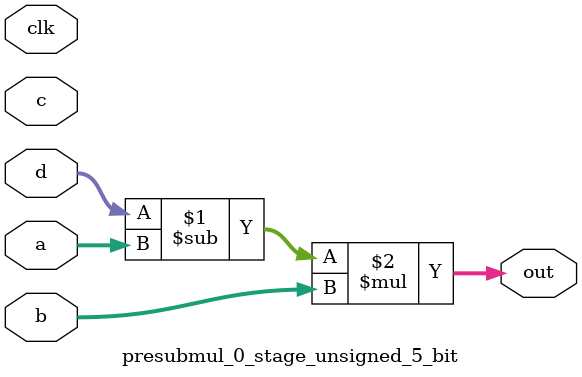
<source format=sv>
(* use_dsp = "yes" *) module presubmul_0_stage_unsigned_5_bit(
	input  [4:0] a,
	input  [4:0] b,
	input  [4:0] c,
	input  [4:0] d,
	output [4:0] out,
	input clk);

	assign out = (d - a) * b;
endmodule

</source>
